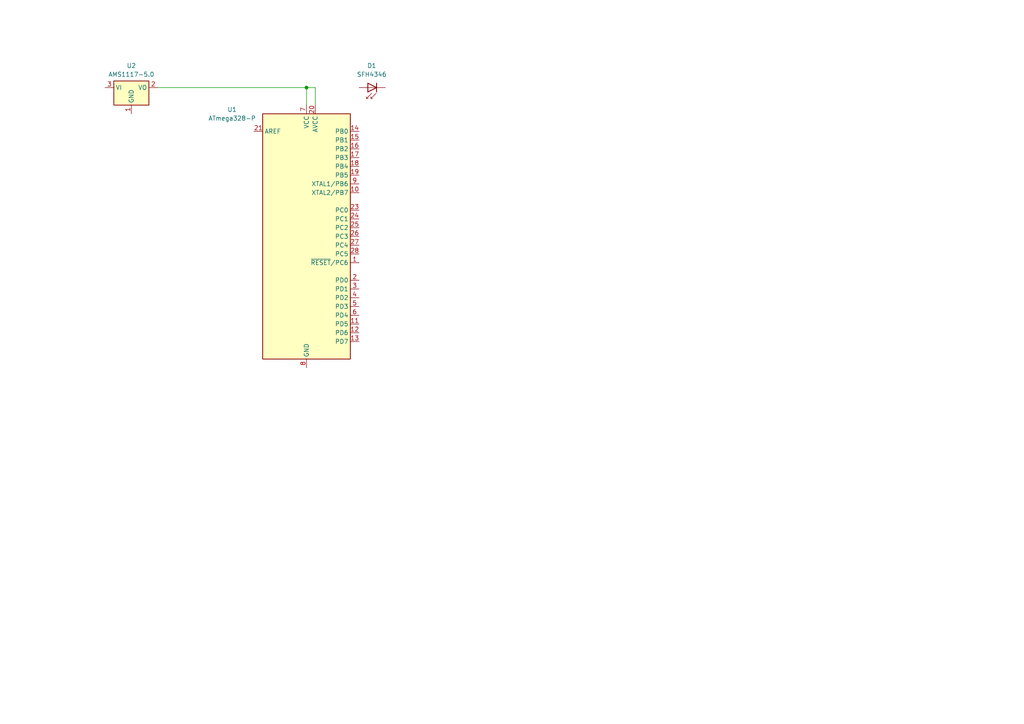
<source format=kicad_sch>
(kicad_sch (version 20231120) (generator "eeschema") (generator_version "8.0")
  (paper "A4")
  (lib_symbols
    (symbol "LED:SFH4346" (pin_numbers hide) (pin_names (offset 1.016) hide)
      (property "Reference" "D" (at 0.508 1.778 0))
      (property "Value" "SFH4346" (at -1.016 -2.794 0))
      (symbol "SFH4346_0_1"
        (polyline (pts (xy -2.54 1.27) (xy -2.54 -1.27)) (stroke (width 0.254)))
        (polyline (pts (xy 0 0) (xy -2.54 0)))
        (polyline (pts (xy 0.381 3.175) (xy -0.127 3.175)))
        (polyline (pts (xy -1.143 1.651) (xy 0.381 3.175) (xy 0.381 2.667)))
        (polyline (pts (xy 0 1.27) (xy -2.54 0) (xy 0 -1.27) (xy 0 1.27)) (stroke (width 0.254)))
        (polyline (pts (xy -2.413 1.651) (xy -0.889 3.175) (xy -0.889 2.667) (xy -0.889 3.175) (xy -1.397 3.175)))
      )
      (symbol "SFH4346_1_1"
        (pin passive line (at -5.08 0 0) (length 2.54) (name "K") (number "1"))
        (pin passive line (at 2.54 0 180) (length 2.54) (name "A") (number "2"))
      )
    )
    (symbol "MCU_Microchip_ATmega:ATmega328-P"
      (property "Reference" "U" (at -12.7 36.83 0))
      (property "Value" "ATmega328-P" (at 2.54 -36.83 0))
      (symbol "ATmega328-P_0_1"
        (rectangle (start -12.7 -35.56) (end 12.7 35.56) (stroke (width 0.254)) (fill (type background)))
      )
      (symbol "ATmega328-P_1_1"
        (pin bidirectional line (at 15.24 -7.62 180) (length 2.54) (name "~{RESET}/PC6") (number "1"))
        (pin bidirectional line (at 15.24 12.7 180) (length 2.54) (name "XTAL2/PB7") (number "10"))
        (pin bidirectional line (at 15.24 -25.4 180) (length 2.54) (name "PD5") (number "11"))
        (pin bidirectional line (at 15.24 -27.94 180) (length 2.54) (name "PD6") (number "12"))
        (pin bidirectional line (at 15.24 -30.48 180) (length 2.54) (name "PD7") (number "13"))
        (pin bidirectional line (at 15.24 30.48 180) (length 2.54) (name "PB0") (number "14"))
        (pin bidirectional line (at 15.24 27.94 180) (length 2.54) (name "PB1") (number "15"))
        (pin bidirectional line (at 15.24 25.4 180) (length 2.54) (name "PB2") (number "16"))
        (pin bidirectional line (at 15.24 22.86 180) (length 2.54) (name "PB3") (number "17"))
        (pin bidirectional line (at 15.24 20.32 180) (length 2.54) (name "PB4") (number "18"))
        (pin bidirectional line (at 15.24 17.78 180) (length 2.54) (name "PB5") (number "19"))
        (pin bidirectional line (at 15.24 -12.7 180) (length 2.54) (name "PD0") (number "2"))
        (pin power_in line (at 2.54 38.1 270) (length 2.54) (name "AVCC") (number "20"))
        (pin passive line (at -15.24 30.48 0) (length 2.54) (name "AREF") (number "21"))
        (pin passive line (at 0 -38.1 90) (length 2.54) hide (name "GND") (number "22"))
        (pin bidirectional line (at 15.24 7.62 180) (length 2.54) (name "PC0") (number "23"))
        (pin bidirectional line (at 15.24 5.08 180) (length 2.54) (name "PC1") (number "24"))
        (pin bidirectional line (at 15.24 2.54 180) (length 2.54) (name "PC2") (number "25"))
        (pin bidirectional line (at 15.24 0 180) (length 2.54) (name "PC3") (number "26"))
        (pin bidirectional line (at 15.24 -2.54 180) (length 2.54) (name "PC4") (number "27"))
        (pin bidirectional line (at 15.24 -5.08 180) (length 2.54) (name "PC5") (number "28"))
        (pin bidirectional line (at 15.24 -15.24 180) (length 2.54) (name "PD1") (number "3"))
        (pin bidirectional line (at 15.24 -17.78 180) (length 2.54) (name "PD2") (number "4"))
        (pin bidirectional line (at 15.24 -20.32 180) (length 2.54) (name "PD3") (number "5"))
        (pin bidirectional line (at 15.24 -22.86 180) (length 2.54) (name "PD4") (number "6"))
        (pin power_in line (at 0 38.1 270) (length 2.54) (name "VCC") (number "7"))
        (pin power_in line (at 0 -38.1 90) (length 2.54) (name "GND") (number "8"))
        (pin bidirectional line (at 15.24 15.24 180) (length 2.54) (name "XTAL1/PB6") (number "9"))
      )
    )
    (symbol "Regulator_Linear:AMS1117-5.0"
      (property "Reference" "U" (at -3.81 3.175 0))
      (property "Value" "AMS1117-5.0" (at 0 3.175 0))
      (symbol "AMS1117-5.0_0_1"
        (rectangle (start -5.08 -5.08) (end 5.08 1.905) (stroke (width 0.254)) (fill (type background)))
      )
      (symbol "AMS1117-5.0_1_1"
        (pin power_in line (at 0 -7.62 90) (length 2.54) (name "GND") (number "1"))
        (pin power_out line (at 7.62 0 180) (length 2.54) (name "VO") (number "2"))
        (pin power_in line (at -7.62 0 0) (length 2.54) (name "VI") (number "3"))
      )
    )
  )
  (junction (at 88.9 25.4))
  (wire (pts (xy 88.9 25.4) (xy 88.9 30.48)))
  (wire (pts (xy 91.44 30.48) (xy 91.44 25.4)))
  (wire (pts (xy 45.72 25.4) (xy 88.9 25.4)))
  (wire (pts (xy 91.44 25.4) (xy 88.9 25.4)))
  (symbol (lib_id "MCU_Microchip_ATmega:ATmega328-P") (at 88.9 68.58 0) (unit 1)
    (property "Reference" "U1" (at 67.31 31.7814 0))
    (property "Value" "ATmega328-P" (at 67.31 34.3214 0))
    (property "Footprint" "Package_DIP:DIP-28_W7.62mm" (effects (hide yes)))
    (property "Datasheet" "http://ww1.microchip.com/downloads/en/DeviceDoc/ATmega328_P%20AVR%20MCU%20with%20picoPower%20Technology%20Data%20Sheet%2040001984A.pdf" (effects (hide yes)))
    (property "Description" "20MHz, 32kB Flash, 2kB SRAM, 1kB EEPROM, DIP-28" (effects (hide yes)))
  )
  (symbol (lib_id "LED:SFH4346") (at 106.68 25.4 180) (unit 1)
    (property "Reference" "D1" (at 107.823 19.05 0))
    (property "Value" "SFH4346" (at 107.823 21.59 0))
    (property "Footprint" "LED_THT:LED_D3.0mm_IRBlack" (effects (hide yes)))
    (property "Datasheet" "http://cdn-reichelt.de/documents/datenblatt/A500/SFH4346.pdf" (effects (hide yes)))
    (property "Description" "Infrared LED , 3mm LED package" (effects (hide yes)))
  )
  (symbol (lib_id "Regulator_Linear:AMS1117-5.0") (at 38.1 25.4 0) (unit 1)
    (property "Reference" "U2" (at 38.1 19.05 0))
    (property "Value" "AMS1117-5.0" (at 38.1 21.59 0))
    (property "Footprint" "Package_TO_SOT_SMD:SOT-223-3_TabPin2" (effects (hide yes)))
    (property "Datasheet" "http://www.advanced-monolithic.com/pdf/ds1117.pdf" (effects (hide yes)))
    (property "Description" "1A Low Dropout regulator, positive, 5.0V fixed output, SOT-223" (effects (hide yes)))
  )
)
</source>
